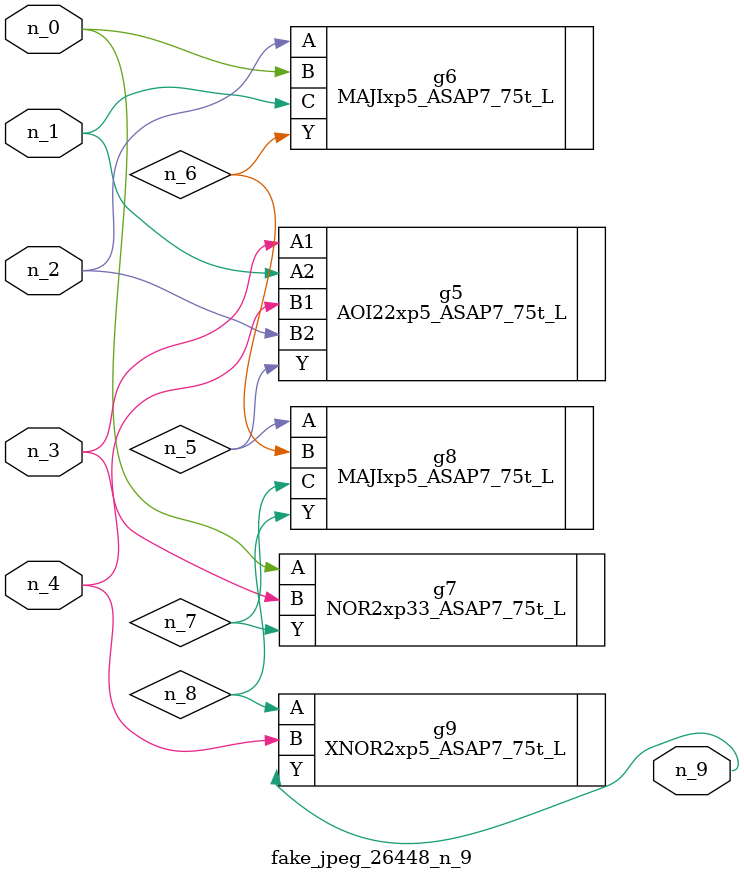
<source format=v>
module fake_jpeg_26448_n_9 (n_3, n_2, n_1, n_0, n_4, n_9);

input n_3;
input n_2;
input n_1;
input n_0;
input n_4;

output n_9;

wire n_8;
wire n_6;
wire n_5;
wire n_7;

AOI22xp5_ASAP7_75t_L g5 ( 
.A1(n_3),
.A2(n_1),
.B1(n_4),
.B2(n_2),
.Y(n_5)
);

MAJIxp5_ASAP7_75t_L g6 ( 
.A(n_2),
.B(n_0),
.C(n_1),
.Y(n_6)
);

NOR2xp33_ASAP7_75t_L g7 ( 
.A(n_0),
.B(n_3),
.Y(n_7)
);

MAJIxp5_ASAP7_75t_L g8 ( 
.A(n_5),
.B(n_6),
.C(n_7),
.Y(n_8)
);

XNOR2xp5_ASAP7_75t_L g9 ( 
.A(n_8),
.B(n_4),
.Y(n_9)
);


endmodule
</source>
